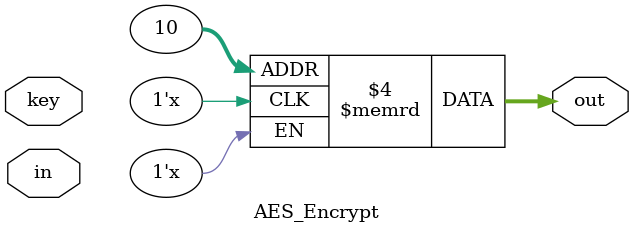
<source format=sv>
module AES_Encrypt#(parameter N=128,parameter Nr=10,parameter Nk=4)(in,key,out);
input [127:0] in;
input [N-1:0] key;
output [127:0] out;
logic [(128*(Nr+1))-1 :0] fullkeys;
logic [127:0] states [Nr+1:0] ;
logic [127:0] afterSubBytes;
logic [127:0] afterShiftRows;

keyExpansion #(Nk,Nr) ke (key,fullkeys);

addRoundKey addrk1 (in,states[0],fullkeys[((128*(Nr+1))-1)-:128]);

genvar i;
generate
	
	for(i=1; i<Nr ;i=i+1)begin : loop
		encryptRound er(states[i-1],fullkeys[(((128*(Nr+1))-1)-128*i)-:128],states[i]);
		
		end
		subBytes sb(states[Nr-1],afterSubBytes);
		shiftRows sr(afterSubBytes,afterShiftRows);
		addRoundKey addrk2(afterShiftRows,states[Nr],fullkeys[127:0]);
			assign out=states[Nr];

endgenerate
endmodule
</source>
